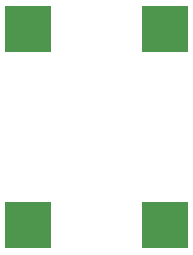
<source format=gtp>
G04 #@! TF.GenerationSoftware,KiCad,Pcbnew,(6.0.0)*
G04 #@! TF.CreationDate,2023-05-15T23:43:16+03:00*
G04 #@! TF.ProjectId,choctopus44,63686f63-746f-4707-9573-34342e6b6963,2.0*
G04 #@! TF.SameCoordinates,Original*
G04 #@! TF.FileFunction,Paste,Top*
G04 #@! TF.FilePolarity,Positive*
%FSLAX46Y46*%
G04 Gerber Fmt 4.6, Leading zero omitted, Abs format (unit mm)*
G04 Created by KiCad (PCBNEW (6.0.0)) date 2023-05-15 23:43:16*
%MOMM*%
%LPD*%
G01*
G04 APERTURE LIST*
%ADD10R,4.000000X4.000000*%
G04 APERTURE END LIST*
D10*
X150460000Y-138000000D03*
X138860000Y-138000000D03*
X150460000Y-121400000D03*
X138860000Y-121400000D03*
M02*

</source>
